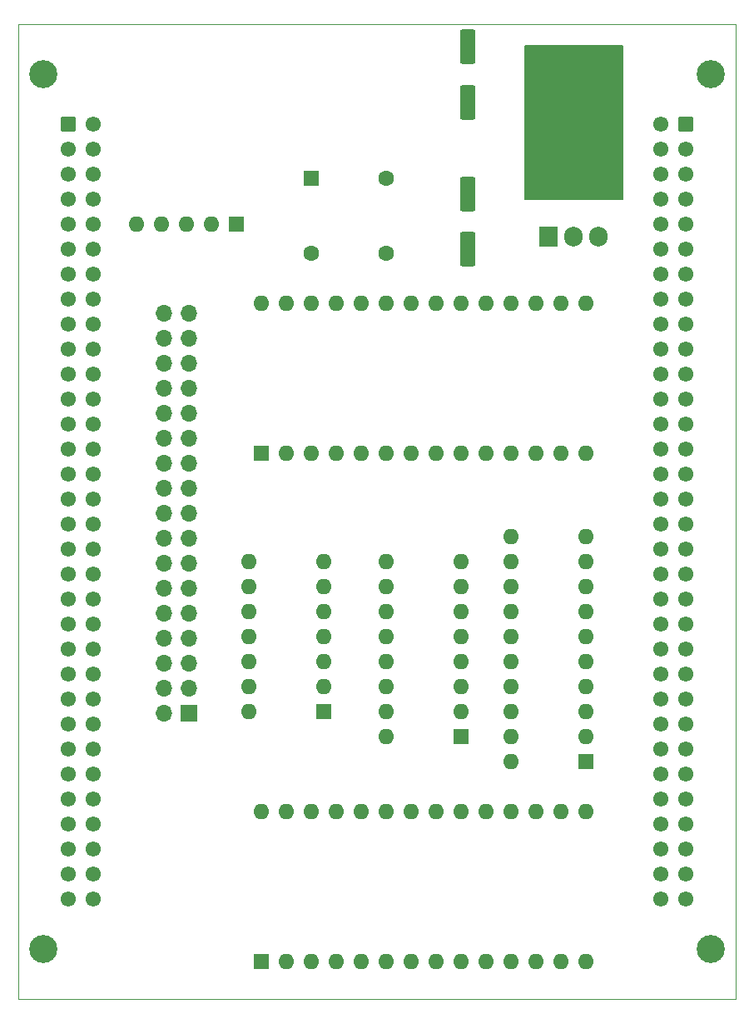
<source format=gbr>
%TF.GenerationSoftware,KiCad,Pcbnew,7.0.11+1*%
%TF.CreationDate,2024-05-07T21:52:51+02:00*%
%TF.ProjectId,QL_MiniTrump3,514c5f4d-696e-4695-9472-756d70332e6b,01*%
%TF.SameCoordinates,Original*%
%TF.FileFunction,Soldermask,Top*%
%TF.FilePolarity,Negative*%
%FSLAX46Y46*%
G04 Gerber Fmt 4.6, Leading zero omitted, Abs format (unit mm)*
G04 Created by KiCad (PCBNEW 7.0.11+1) date 2024-05-07 21:52:51*
%MOMM*%
%LPD*%
G01*
G04 APERTURE LIST*
G04 Aperture macros list*
%AMRoundRect*
0 Rectangle with rounded corners*
0 $1 Rounding radius*
0 $2 $3 $4 $5 $6 $7 $8 $9 X,Y pos of 4 corners*
0 Add a 4 corners polygon primitive as box body*
4,1,4,$2,$3,$4,$5,$6,$7,$8,$9,$2,$3,0*
0 Add four circle primitives for the rounded corners*
1,1,$1+$1,$2,$3*
1,1,$1+$1,$4,$5*
1,1,$1+$1,$6,$7*
1,1,$1+$1,$8,$9*
0 Add four rect primitives between the rounded corners*
20,1,$1+$1,$2,$3,$4,$5,0*
20,1,$1+$1,$4,$5,$6,$7,0*
20,1,$1+$1,$6,$7,$8,$9,0*
20,1,$1+$1,$8,$9,$2,$3,0*%
G04 Aperture macros list end*
%ADD10C,0.127000*%
%ADD11O,3.500000X3.500000*%
%ADD12R,1.905000X2.000000*%
%ADD13O,1.905000X2.000000*%
%ADD14R,1.600000X1.600000*%
%ADD15O,1.600000X1.600000*%
%ADD16C,2.850000*%
%ADD17RoundRect,0.249999X-0.525001X0.525001X-0.525001X-0.525001X0.525001X-0.525001X0.525001X0.525001X0*%
%ADD18C,1.550000*%
%ADD19R,1.700000X1.700000*%
%ADD20O,1.700000X1.700000*%
%ADD21RoundRect,0.249999X0.525001X-0.525001X0.525001X0.525001X-0.525001X0.525001X-0.525001X-0.525001X0*%
%ADD22RoundRect,0.250000X-0.550000X1.500000X-0.550000X-1.500000X0.550000X-1.500000X0.550000X1.500000X0*%
%ADD23C,1.600000*%
%TA.AperFunction,Profile*%
%ADD24C,0.050000*%
%TD*%
G04 APERTURE END LIST*
D10*
X179959000Y-46456600D02*
X189890400Y-46456600D01*
X189890400Y-62077600D01*
X179959000Y-62077600D01*
X179959000Y-46456600D01*
G36*
X179959000Y-46456600D02*
G01*
X189890400Y-46456600D01*
X189890400Y-62077600D01*
X179959000Y-62077600D01*
X179959000Y-46456600D01*
G37*
D11*
%TO.C,U18*%
X184912000Y-49253000D03*
D12*
X182372000Y-65913000D03*
D13*
X184912000Y-65913000D03*
X187452000Y-65913000D03*
%TD*%
D14*
%TO.C,U14*%
X153162000Y-139573000D03*
D15*
X155702000Y-139573000D03*
X158242000Y-139573000D03*
X160782000Y-139573000D03*
X163322000Y-139573000D03*
X165862000Y-139573000D03*
X168402000Y-139573000D03*
X170942000Y-139573000D03*
X173482000Y-139573000D03*
X176022000Y-139573000D03*
X178562000Y-139573000D03*
X181102000Y-139573000D03*
X183642000Y-139573000D03*
X186182000Y-139573000D03*
X186182000Y-124333000D03*
X183642000Y-124333000D03*
X181102000Y-124333000D03*
X178562000Y-124333000D03*
X176022000Y-124333000D03*
X173482000Y-124333000D03*
X170942000Y-124333000D03*
X168402000Y-124333000D03*
X165862000Y-124333000D03*
X163322000Y-124333000D03*
X160782000Y-124333000D03*
X158242000Y-124333000D03*
X155702000Y-124333000D03*
X153162000Y-124333000D03*
%TD*%
D16*
%TO.C,J1*%
X130937000Y-138303000D03*
X130937000Y-49403000D03*
D17*
X133477000Y-54483000D03*
D18*
X133477000Y-57023000D03*
X133477000Y-59563000D03*
X133477000Y-62103000D03*
X133477000Y-64643000D03*
X133477000Y-67183000D03*
X133477000Y-69723000D03*
X133477000Y-72263000D03*
X133477000Y-74803000D03*
X133477000Y-77343000D03*
X133477000Y-79883000D03*
X133477000Y-82423000D03*
X133477000Y-84963000D03*
X133477000Y-87503000D03*
X133477000Y-90043000D03*
X133477000Y-92583000D03*
X133477000Y-95123000D03*
X133477000Y-97663000D03*
X133477000Y-100203000D03*
X133477000Y-102743000D03*
X133477000Y-105283000D03*
X133477000Y-107823000D03*
X133477000Y-110363000D03*
X133477000Y-112903000D03*
X133477000Y-115443000D03*
X133477000Y-117983000D03*
X133477000Y-120523000D03*
X133477000Y-123063000D03*
X133477000Y-125603000D03*
X133477000Y-128143000D03*
X133477000Y-130683000D03*
X133477000Y-133223000D03*
X136017000Y-54483000D03*
X136017000Y-57023000D03*
X136017000Y-59563000D03*
X136017000Y-62103000D03*
X136017000Y-64643000D03*
X136017000Y-67183000D03*
X136017000Y-69723000D03*
X136017000Y-72263000D03*
X136017000Y-74803000D03*
X136017000Y-77343000D03*
X136017000Y-79883000D03*
X136017000Y-82423000D03*
X136017000Y-84963000D03*
X136017000Y-87503000D03*
X136017000Y-90043000D03*
X136017000Y-92583000D03*
X136017000Y-95123000D03*
X136017000Y-97663000D03*
X136017000Y-100203000D03*
X136017000Y-102743000D03*
X136017000Y-105283000D03*
X136017000Y-107823000D03*
X136017000Y-110363000D03*
X136017000Y-112903000D03*
X136017000Y-115443000D03*
X136017000Y-117983000D03*
X136017000Y-120523000D03*
X136017000Y-123063000D03*
X136017000Y-125603000D03*
X136017000Y-128143000D03*
X136017000Y-130683000D03*
X136017000Y-133223000D03*
%TD*%
D19*
%TO.C,J2*%
X145796000Y-114300000D03*
D20*
X143256000Y-114300000D03*
X145796000Y-111760000D03*
X143256000Y-111760000D03*
X145796000Y-109220000D03*
X143256000Y-109220000D03*
X145796000Y-106680000D03*
X143256000Y-106680000D03*
X145796000Y-104140000D03*
X143256000Y-104140000D03*
X145796000Y-101600000D03*
X143256000Y-101600000D03*
X145796000Y-99060000D03*
X143256000Y-99060000D03*
X145796000Y-96520000D03*
X143256000Y-96520000D03*
X145796000Y-93980000D03*
X143256000Y-93980000D03*
X145796000Y-91440000D03*
X143256000Y-91440000D03*
X145796000Y-88900000D03*
X143256000Y-88900000D03*
X145796000Y-86360000D03*
X143256000Y-86360000D03*
X145796000Y-83820000D03*
X143256000Y-83820000D03*
X145796000Y-81280000D03*
X143256000Y-81280000D03*
X145796000Y-78740000D03*
X143256000Y-78740000D03*
X145796000Y-76200000D03*
X143256000Y-76200000D03*
X145796000Y-73660000D03*
X143256000Y-73660000D03*
%TD*%
D16*
%TO.C,J3*%
X198882000Y-49393000D03*
X198882000Y-138293000D03*
D21*
X196342000Y-54483000D03*
D18*
X196342000Y-57023000D03*
X196342000Y-59563000D03*
X196342000Y-62103000D03*
X196342000Y-64643000D03*
X196342000Y-67183000D03*
X196342000Y-69723000D03*
X196342000Y-72263000D03*
X196342000Y-74803000D03*
X196342000Y-77343000D03*
X196342000Y-79883000D03*
X196342000Y-82423000D03*
X196342000Y-84963000D03*
X196342000Y-87503000D03*
X196342000Y-90043000D03*
X196342000Y-92583000D03*
X196342000Y-95123000D03*
X196342000Y-97663000D03*
X196342000Y-100203000D03*
X196342000Y-102743000D03*
X196342000Y-105283000D03*
X196342000Y-107823000D03*
X196342000Y-110363000D03*
X196342000Y-112903000D03*
X196342000Y-115443000D03*
X196342000Y-117983000D03*
X196342000Y-120523000D03*
X196342000Y-123063000D03*
X196342000Y-125603000D03*
X196342000Y-128143000D03*
X196342000Y-130683000D03*
X196342000Y-133223000D03*
X193802000Y-54483000D03*
X193802000Y-57023000D03*
X193802000Y-59563000D03*
X193802000Y-62103000D03*
X193802000Y-64643000D03*
X193802000Y-67183000D03*
X193802000Y-69723000D03*
X193802000Y-72263000D03*
X193802000Y-74803000D03*
X193802000Y-77343000D03*
X193802000Y-79883000D03*
X193802000Y-82423000D03*
X193802000Y-84963000D03*
X193802000Y-87503000D03*
X193802000Y-90043000D03*
X193802000Y-92583000D03*
X193802000Y-95123000D03*
X193802000Y-97663000D03*
X193802000Y-100203000D03*
X193802000Y-102743000D03*
X193802000Y-105283000D03*
X193802000Y-107823000D03*
X193802000Y-110363000D03*
X193802000Y-112903000D03*
X193802000Y-115443000D03*
X193802000Y-117983000D03*
X193802000Y-120523000D03*
X193802000Y-123063000D03*
X193802000Y-125603000D03*
X193802000Y-128143000D03*
X193802000Y-130683000D03*
X193802000Y-133223000D03*
%TD*%
D14*
%TO.C,U13*%
X153162000Y-87889000D03*
D15*
X155702000Y-87889000D03*
X158242000Y-87889000D03*
X160782000Y-87889000D03*
X163322000Y-87889000D03*
X165862000Y-87889000D03*
X168402000Y-87889000D03*
X170942000Y-87889000D03*
X173482000Y-87889000D03*
X176022000Y-87889000D03*
X178562000Y-87889000D03*
X181102000Y-87889000D03*
X183642000Y-87889000D03*
X186182000Y-87889000D03*
X186182000Y-72649000D03*
X183642000Y-72649000D03*
X181102000Y-72649000D03*
X178562000Y-72649000D03*
X176022000Y-72649000D03*
X173482000Y-72649000D03*
X170942000Y-72649000D03*
X168402000Y-72649000D03*
X165862000Y-72649000D03*
X163322000Y-72649000D03*
X160782000Y-72649000D03*
X158242000Y-72649000D03*
X155702000Y-72649000D03*
X153162000Y-72649000D03*
%TD*%
D22*
%TO.C,C16*%
X174117000Y-61583000D03*
X174117000Y-67183000D03*
%TD*%
D14*
%TO.C,U1*%
X186182000Y-119253000D03*
D15*
X186182000Y-116713000D03*
X186182000Y-114173000D03*
X186182000Y-111633000D03*
X186182000Y-109093000D03*
X186182000Y-106553000D03*
X186182000Y-104013000D03*
X186182000Y-101473000D03*
X186182000Y-98933000D03*
X186182000Y-96393000D03*
X178562000Y-96393000D03*
X178562000Y-98933000D03*
X178562000Y-101473000D03*
X178562000Y-104013000D03*
X178562000Y-106553000D03*
X178562000Y-109093000D03*
X178562000Y-111633000D03*
X178562000Y-114173000D03*
X178562000Y-116713000D03*
X178562000Y-119253000D03*
%TD*%
D14*
%TO.C,U17*%
X173482000Y-116713000D03*
D15*
X173482000Y-114173000D03*
X173482000Y-111633000D03*
X173482000Y-109093000D03*
X173482000Y-106553000D03*
X173482000Y-104013000D03*
X173482000Y-101473000D03*
X173482000Y-98933000D03*
X165862000Y-98933000D03*
X165862000Y-101473000D03*
X165862000Y-104013000D03*
X165862000Y-106553000D03*
X165862000Y-109093000D03*
X165862000Y-111633000D03*
X165862000Y-114173000D03*
X165862000Y-116713000D03*
%TD*%
D14*
%TO.C,U15*%
X159512000Y-114173000D03*
D15*
X159512000Y-111633000D03*
X159512000Y-109093000D03*
X159512000Y-106553000D03*
X159512000Y-104013000D03*
X159512000Y-101473000D03*
X159512000Y-98933000D03*
X151892000Y-98933000D03*
X151892000Y-101473000D03*
X151892000Y-104013000D03*
X151892000Y-106553000D03*
X151892000Y-109093000D03*
X151892000Y-111633000D03*
X151892000Y-114173000D03*
%TD*%
D14*
%TO.C,X1*%
X158242000Y-59944000D03*
D23*
X158242000Y-67564000D03*
X165862000Y-67564000D03*
X165862000Y-59944000D03*
%TD*%
D14*
%TO.C,RN1*%
X150622000Y-64643000D03*
D15*
X148082000Y-64643000D03*
X145542000Y-64643000D03*
X143002000Y-64643000D03*
X140462000Y-64643000D03*
%TD*%
D22*
%TO.C,C14*%
X174117000Y-46603000D03*
X174117000Y-52203000D03*
%TD*%
D24*
X201422000Y-44323000D02*
X128397000Y-44323000D01*
X201422000Y-143383000D02*
X201422000Y-44323000D01*
X128397000Y-44323000D02*
X128397000Y-143383000D01*
X128397000Y-143383000D02*
X201422000Y-143383000D01*
M02*

</source>
